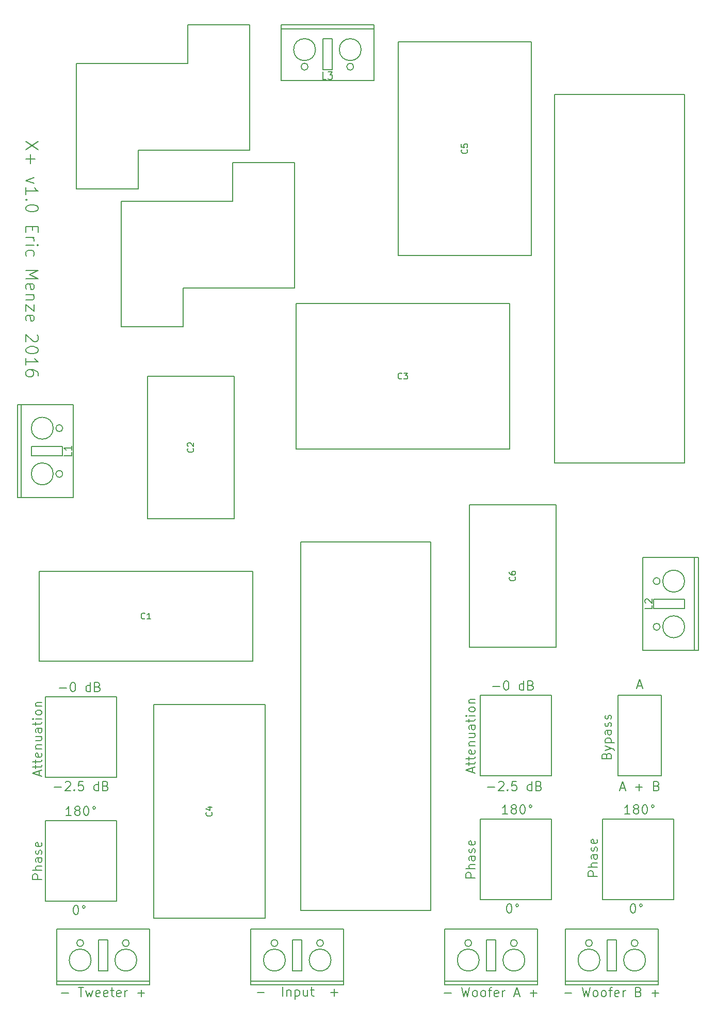
<source format=gbr>
G04 #@! TF.FileFunction,Legend,Top*
%FSLAX46Y46*%
G04 Gerber Fmt 4.6, Leading zero omitted, Abs format (unit mm)*
G04 Created by KiCad (PCBNEW 4.0.4-stable) date 12/10/17 16:08:38*
%MOMM*%
%LPD*%
G01*
G04 APERTURE LIST*
%ADD10C,0.100000*%
%ADD11C,0.150000*%
%ADD12C,0.200000*%
G04 APERTURE END LIST*
D10*
D11*
X44021238Y-42007665D02*
X42021238Y-43340999D01*
X44021238Y-43340999D02*
X42021238Y-42007665D01*
X42783143Y-44102903D02*
X42783143Y-45626713D01*
X42021238Y-44864808D02*
X43545048Y-44864808D01*
X43354571Y-47912427D02*
X42021238Y-48388618D01*
X43354571Y-48864808D01*
X42021238Y-50674333D02*
X42021238Y-49531475D01*
X42021238Y-50102904D02*
X44021238Y-50102904D01*
X43735524Y-49912428D01*
X43545048Y-49721952D01*
X43449810Y-49531475D01*
X42211714Y-51531475D02*
X42116476Y-51626714D01*
X42021238Y-51531475D01*
X42116476Y-51436237D01*
X42211714Y-51531475D01*
X42021238Y-51531475D01*
X44021238Y-52864809D02*
X44021238Y-53055285D01*
X43926000Y-53245761D01*
X43830762Y-53340999D01*
X43640286Y-53436237D01*
X43259333Y-53531476D01*
X42783143Y-53531476D01*
X42402190Y-53436237D01*
X42211714Y-53340999D01*
X42116476Y-53245761D01*
X42021238Y-53055285D01*
X42021238Y-52864809D01*
X42116476Y-52674333D01*
X42211714Y-52579095D01*
X42402190Y-52483856D01*
X42783143Y-52388618D01*
X43259333Y-52388618D01*
X43640286Y-52483856D01*
X43830762Y-52579095D01*
X43926000Y-52674333D01*
X44021238Y-52864809D01*
X43068857Y-55912428D02*
X43068857Y-56579095D01*
X42021238Y-56864809D02*
X42021238Y-55912428D01*
X44021238Y-55912428D01*
X44021238Y-56864809D01*
X42021238Y-57721952D02*
X43354571Y-57721952D01*
X42973619Y-57721952D02*
X43164095Y-57817191D01*
X43259333Y-57912429D01*
X43354571Y-58102905D01*
X43354571Y-58293381D01*
X42021238Y-58960047D02*
X43354571Y-58960047D01*
X44021238Y-58960047D02*
X43926000Y-58864809D01*
X43830762Y-58960047D01*
X43926000Y-59055286D01*
X44021238Y-58960047D01*
X43830762Y-58960047D01*
X42116476Y-60769571D02*
X42021238Y-60579095D01*
X42021238Y-60198143D01*
X42116476Y-60007667D01*
X42211714Y-59912428D01*
X42402190Y-59817190D01*
X42973619Y-59817190D01*
X43164095Y-59912428D01*
X43259333Y-60007667D01*
X43354571Y-60198143D01*
X43354571Y-60579095D01*
X43259333Y-60769571D01*
X42021238Y-63150524D02*
X44021238Y-63150524D01*
X42592667Y-63817191D01*
X44021238Y-64483858D01*
X42021238Y-64483858D01*
X42116476Y-66198143D02*
X42021238Y-66007667D01*
X42021238Y-65626715D01*
X42116476Y-65436238D01*
X42306952Y-65341000D01*
X43068857Y-65341000D01*
X43259333Y-65436238D01*
X43354571Y-65626715D01*
X43354571Y-66007667D01*
X43259333Y-66198143D01*
X43068857Y-66293381D01*
X42878381Y-66293381D01*
X42687905Y-65341000D01*
X43354571Y-67150524D02*
X42021238Y-67150524D01*
X43164095Y-67150524D02*
X43259333Y-67245763D01*
X43354571Y-67436239D01*
X43354571Y-67721953D01*
X43259333Y-67912429D01*
X43068857Y-68007667D01*
X42021238Y-68007667D01*
X43354571Y-68769572D02*
X43354571Y-69817191D01*
X42021238Y-68769572D01*
X42021238Y-69817191D01*
X42116476Y-71341001D02*
X42021238Y-71150525D01*
X42021238Y-70769573D01*
X42116476Y-70579096D01*
X42306952Y-70483858D01*
X43068857Y-70483858D01*
X43259333Y-70579096D01*
X43354571Y-70769573D01*
X43354571Y-71150525D01*
X43259333Y-71341001D01*
X43068857Y-71436239D01*
X42878381Y-71436239D01*
X42687905Y-70483858D01*
X43830762Y-73721954D02*
X43926000Y-73817192D01*
X44021238Y-74007669D01*
X44021238Y-74483859D01*
X43926000Y-74674335D01*
X43830762Y-74769573D01*
X43640286Y-74864812D01*
X43449810Y-74864812D01*
X43164095Y-74769573D01*
X42021238Y-73626716D01*
X42021238Y-74864812D01*
X44021238Y-76102907D02*
X44021238Y-76293383D01*
X43926000Y-76483859D01*
X43830762Y-76579097D01*
X43640286Y-76674335D01*
X43259333Y-76769574D01*
X42783143Y-76769574D01*
X42402190Y-76674335D01*
X42211714Y-76579097D01*
X42116476Y-76483859D01*
X42021238Y-76293383D01*
X42021238Y-76102907D01*
X42116476Y-75912431D01*
X42211714Y-75817193D01*
X42402190Y-75721954D01*
X42783143Y-75626716D01*
X43259333Y-75626716D01*
X43640286Y-75721954D01*
X43830762Y-75817193D01*
X43926000Y-75912431D01*
X44021238Y-76102907D01*
X42021238Y-78674336D02*
X42021238Y-77531478D01*
X42021238Y-78102907D02*
X44021238Y-78102907D01*
X43735524Y-77912431D01*
X43545048Y-77721955D01*
X43449810Y-77531478D01*
X44021238Y-80388621D02*
X44021238Y-80007669D01*
X43926000Y-79817193D01*
X43830762Y-79721955D01*
X43545048Y-79531478D01*
X43164095Y-79436240D01*
X42402190Y-79436240D01*
X42211714Y-79531478D01*
X42116476Y-79626717D01*
X42021238Y-79817193D01*
X42021238Y-80198145D01*
X42116476Y-80388621D01*
X42211714Y-80483859D01*
X42402190Y-80579098D01*
X42878381Y-80579098D01*
X43068857Y-80483859D01*
X43164095Y-80388621D01*
X43259333Y-80198145D01*
X43259333Y-79817193D01*
X43164095Y-79626717D01*
X43068857Y-79531478D01*
X42878381Y-79436240D01*
D12*
X135806571Y-162512000D02*
X134306571Y-162512000D01*
X134306571Y-161940572D01*
X134378000Y-161797714D01*
X134449429Y-161726286D01*
X134592286Y-161654857D01*
X134806571Y-161654857D01*
X134949429Y-161726286D01*
X135020857Y-161797714D01*
X135092286Y-161940572D01*
X135092286Y-162512000D01*
X135806571Y-161012000D02*
X134306571Y-161012000D01*
X135806571Y-160369143D02*
X135020857Y-160369143D01*
X134878000Y-160440572D01*
X134806571Y-160583429D01*
X134806571Y-160797714D01*
X134878000Y-160940572D01*
X134949429Y-161012000D01*
X135806571Y-159012000D02*
X135020857Y-159012000D01*
X134878000Y-159083429D01*
X134806571Y-159226286D01*
X134806571Y-159512000D01*
X134878000Y-159654857D01*
X135735143Y-159012000D02*
X135806571Y-159154857D01*
X135806571Y-159512000D01*
X135735143Y-159654857D01*
X135592286Y-159726286D01*
X135449429Y-159726286D01*
X135306571Y-159654857D01*
X135235143Y-159512000D01*
X135235143Y-159154857D01*
X135163714Y-159012000D01*
X135735143Y-158369143D02*
X135806571Y-158226286D01*
X135806571Y-157940571D01*
X135735143Y-157797714D01*
X135592286Y-157726286D01*
X135520857Y-157726286D01*
X135378000Y-157797714D01*
X135306571Y-157940571D01*
X135306571Y-158154857D01*
X135235143Y-158297714D01*
X135092286Y-158369143D01*
X135020857Y-158369143D01*
X134878000Y-158297714D01*
X134806571Y-158154857D01*
X134806571Y-157940571D01*
X134878000Y-157797714D01*
X135735143Y-156512000D02*
X135806571Y-156654857D01*
X135806571Y-156940571D01*
X135735143Y-157083428D01*
X135592286Y-157154857D01*
X135020857Y-157154857D01*
X134878000Y-157083428D01*
X134806571Y-156940571D01*
X134806571Y-156654857D01*
X134878000Y-156512000D01*
X135020857Y-156440571D01*
X135163714Y-156440571D01*
X135306571Y-157154857D01*
X115740571Y-162766000D02*
X114240571Y-162766000D01*
X114240571Y-162194572D01*
X114312000Y-162051714D01*
X114383429Y-161980286D01*
X114526286Y-161908857D01*
X114740571Y-161908857D01*
X114883429Y-161980286D01*
X114954857Y-162051714D01*
X115026286Y-162194572D01*
X115026286Y-162766000D01*
X115740571Y-161266000D02*
X114240571Y-161266000D01*
X115740571Y-160623143D02*
X114954857Y-160623143D01*
X114812000Y-160694572D01*
X114740571Y-160837429D01*
X114740571Y-161051714D01*
X114812000Y-161194572D01*
X114883429Y-161266000D01*
X115740571Y-159266000D02*
X114954857Y-159266000D01*
X114812000Y-159337429D01*
X114740571Y-159480286D01*
X114740571Y-159766000D01*
X114812000Y-159908857D01*
X115669143Y-159266000D02*
X115740571Y-159408857D01*
X115740571Y-159766000D01*
X115669143Y-159908857D01*
X115526286Y-159980286D01*
X115383429Y-159980286D01*
X115240571Y-159908857D01*
X115169143Y-159766000D01*
X115169143Y-159408857D01*
X115097714Y-159266000D01*
X115669143Y-158623143D02*
X115740571Y-158480286D01*
X115740571Y-158194571D01*
X115669143Y-158051714D01*
X115526286Y-157980286D01*
X115454857Y-157980286D01*
X115312000Y-158051714D01*
X115240571Y-158194571D01*
X115240571Y-158408857D01*
X115169143Y-158551714D01*
X115026286Y-158623143D01*
X114954857Y-158623143D01*
X114812000Y-158551714D01*
X114740571Y-158408857D01*
X114740571Y-158194571D01*
X114812000Y-158051714D01*
X115669143Y-156766000D02*
X115740571Y-156908857D01*
X115740571Y-157194571D01*
X115669143Y-157337428D01*
X115526286Y-157408857D01*
X114954857Y-157408857D01*
X114812000Y-157337428D01*
X114740571Y-157194571D01*
X114740571Y-156908857D01*
X114812000Y-156766000D01*
X114954857Y-156694571D01*
X115097714Y-156694571D01*
X115240571Y-157408857D01*
X115312000Y-145481715D02*
X115312000Y-144767429D01*
X115740571Y-145624572D02*
X114240571Y-145124572D01*
X115740571Y-144624572D01*
X114740571Y-144338858D02*
X114740571Y-143767429D01*
X114240571Y-144124572D02*
X115526286Y-144124572D01*
X115669143Y-144053144D01*
X115740571Y-143910286D01*
X115740571Y-143767429D01*
X114740571Y-143481715D02*
X114740571Y-142910286D01*
X114240571Y-143267429D02*
X115526286Y-143267429D01*
X115669143Y-143196001D01*
X115740571Y-143053143D01*
X115740571Y-142910286D01*
X115669143Y-141838858D02*
X115740571Y-141981715D01*
X115740571Y-142267429D01*
X115669143Y-142410286D01*
X115526286Y-142481715D01*
X114954857Y-142481715D01*
X114812000Y-142410286D01*
X114740571Y-142267429D01*
X114740571Y-141981715D01*
X114812000Y-141838858D01*
X114954857Y-141767429D01*
X115097714Y-141767429D01*
X115240571Y-142481715D01*
X114740571Y-141124572D02*
X115740571Y-141124572D01*
X114883429Y-141124572D02*
X114812000Y-141053144D01*
X114740571Y-140910286D01*
X114740571Y-140696001D01*
X114812000Y-140553144D01*
X114954857Y-140481715D01*
X115740571Y-140481715D01*
X114740571Y-139124572D02*
X115740571Y-139124572D01*
X114740571Y-139767429D02*
X115526286Y-139767429D01*
X115669143Y-139696001D01*
X115740571Y-139553143D01*
X115740571Y-139338858D01*
X115669143Y-139196001D01*
X115597714Y-139124572D01*
X115740571Y-137767429D02*
X114954857Y-137767429D01*
X114812000Y-137838858D01*
X114740571Y-137981715D01*
X114740571Y-138267429D01*
X114812000Y-138410286D01*
X115669143Y-137767429D02*
X115740571Y-137910286D01*
X115740571Y-138267429D01*
X115669143Y-138410286D01*
X115526286Y-138481715D01*
X115383429Y-138481715D01*
X115240571Y-138410286D01*
X115169143Y-138267429D01*
X115169143Y-137910286D01*
X115097714Y-137767429D01*
X114740571Y-137267429D02*
X114740571Y-136696000D01*
X114240571Y-137053143D02*
X115526286Y-137053143D01*
X115669143Y-136981715D01*
X115740571Y-136838857D01*
X115740571Y-136696000D01*
X115740571Y-136196000D02*
X114740571Y-136196000D01*
X114240571Y-136196000D02*
X114312000Y-136267429D01*
X114383429Y-136196000D01*
X114312000Y-136124572D01*
X114240571Y-136196000D01*
X114383429Y-136196000D01*
X115740571Y-135267428D02*
X115669143Y-135410286D01*
X115597714Y-135481714D01*
X115454857Y-135553143D01*
X115026286Y-135553143D01*
X114883429Y-135481714D01*
X114812000Y-135410286D01*
X114740571Y-135267428D01*
X114740571Y-135053143D01*
X114812000Y-134910286D01*
X114883429Y-134838857D01*
X115026286Y-134767428D01*
X115454857Y-134767428D01*
X115597714Y-134838857D01*
X115669143Y-134910286D01*
X115740571Y-135053143D01*
X115740571Y-135267428D01*
X114740571Y-134124571D02*
X115740571Y-134124571D01*
X114883429Y-134124571D02*
X114812000Y-134053143D01*
X114740571Y-133910285D01*
X114740571Y-133696000D01*
X114812000Y-133553143D01*
X114954857Y-133481714D01*
X115740571Y-133481714D01*
X137306857Y-142735714D02*
X137378286Y-142521428D01*
X137449714Y-142450000D01*
X137592571Y-142378571D01*
X137806857Y-142378571D01*
X137949714Y-142450000D01*
X138021143Y-142521428D01*
X138092571Y-142664286D01*
X138092571Y-143235714D01*
X136592571Y-143235714D01*
X136592571Y-142735714D01*
X136664000Y-142592857D01*
X136735429Y-142521428D01*
X136878286Y-142450000D01*
X137021143Y-142450000D01*
X137164000Y-142521428D01*
X137235429Y-142592857D01*
X137306857Y-142735714D01*
X137306857Y-143235714D01*
X137092571Y-141878571D02*
X138092571Y-141521428D01*
X137092571Y-141164286D02*
X138092571Y-141521428D01*
X138449714Y-141664286D01*
X138521143Y-141735714D01*
X138592571Y-141878571D01*
X137092571Y-140592857D02*
X138592571Y-140592857D01*
X137164000Y-140592857D02*
X137092571Y-140450000D01*
X137092571Y-140164286D01*
X137164000Y-140021429D01*
X137235429Y-139950000D01*
X137378286Y-139878571D01*
X137806857Y-139878571D01*
X137949714Y-139950000D01*
X138021143Y-140021429D01*
X138092571Y-140164286D01*
X138092571Y-140450000D01*
X138021143Y-140592857D01*
X138092571Y-138592857D02*
X137306857Y-138592857D01*
X137164000Y-138664286D01*
X137092571Y-138807143D01*
X137092571Y-139092857D01*
X137164000Y-139235714D01*
X138021143Y-138592857D02*
X138092571Y-138735714D01*
X138092571Y-139092857D01*
X138021143Y-139235714D01*
X137878286Y-139307143D01*
X137735429Y-139307143D01*
X137592571Y-139235714D01*
X137521143Y-139092857D01*
X137521143Y-138735714D01*
X137449714Y-138592857D01*
X138021143Y-137950000D02*
X138092571Y-137807143D01*
X138092571Y-137521428D01*
X138021143Y-137378571D01*
X137878286Y-137307143D01*
X137806857Y-137307143D01*
X137664000Y-137378571D01*
X137592571Y-137521428D01*
X137592571Y-137735714D01*
X137521143Y-137878571D01*
X137378286Y-137950000D01*
X137306857Y-137950000D01*
X137164000Y-137878571D01*
X137092571Y-137735714D01*
X137092571Y-137521428D01*
X137164000Y-137378571D01*
X138021143Y-136735714D02*
X138092571Y-136592857D01*
X138092571Y-136307142D01*
X138021143Y-136164285D01*
X137878286Y-136092857D01*
X137806857Y-136092857D01*
X137664000Y-136164285D01*
X137592571Y-136307142D01*
X137592571Y-136521428D01*
X137521143Y-136664285D01*
X137378286Y-136735714D01*
X137306857Y-136735714D01*
X137164000Y-136664285D01*
X137092571Y-136521428D01*
X137092571Y-136307142D01*
X137164000Y-136164285D01*
X44192000Y-145989715D02*
X44192000Y-145275429D01*
X44620571Y-146132572D02*
X43120571Y-145632572D01*
X44620571Y-145132572D01*
X43620571Y-144846858D02*
X43620571Y-144275429D01*
X43120571Y-144632572D02*
X44406286Y-144632572D01*
X44549143Y-144561144D01*
X44620571Y-144418286D01*
X44620571Y-144275429D01*
X43620571Y-143989715D02*
X43620571Y-143418286D01*
X43120571Y-143775429D02*
X44406286Y-143775429D01*
X44549143Y-143704001D01*
X44620571Y-143561143D01*
X44620571Y-143418286D01*
X44549143Y-142346858D02*
X44620571Y-142489715D01*
X44620571Y-142775429D01*
X44549143Y-142918286D01*
X44406286Y-142989715D01*
X43834857Y-142989715D01*
X43692000Y-142918286D01*
X43620571Y-142775429D01*
X43620571Y-142489715D01*
X43692000Y-142346858D01*
X43834857Y-142275429D01*
X43977714Y-142275429D01*
X44120571Y-142989715D01*
X43620571Y-141632572D02*
X44620571Y-141632572D01*
X43763429Y-141632572D02*
X43692000Y-141561144D01*
X43620571Y-141418286D01*
X43620571Y-141204001D01*
X43692000Y-141061144D01*
X43834857Y-140989715D01*
X44620571Y-140989715D01*
X43620571Y-139632572D02*
X44620571Y-139632572D01*
X43620571Y-140275429D02*
X44406286Y-140275429D01*
X44549143Y-140204001D01*
X44620571Y-140061143D01*
X44620571Y-139846858D01*
X44549143Y-139704001D01*
X44477714Y-139632572D01*
X44620571Y-138275429D02*
X43834857Y-138275429D01*
X43692000Y-138346858D01*
X43620571Y-138489715D01*
X43620571Y-138775429D01*
X43692000Y-138918286D01*
X44549143Y-138275429D02*
X44620571Y-138418286D01*
X44620571Y-138775429D01*
X44549143Y-138918286D01*
X44406286Y-138989715D01*
X44263429Y-138989715D01*
X44120571Y-138918286D01*
X44049143Y-138775429D01*
X44049143Y-138418286D01*
X43977714Y-138275429D01*
X43620571Y-137775429D02*
X43620571Y-137204000D01*
X43120571Y-137561143D02*
X44406286Y-137561143D01*
X44549143Y-137489715D01*
X44620571Y-137346857D01*
X44620571Y-137204000D01*
X44620571Y-136704000D02*
X43620571Y-136704000D01*
X43120571Y-136704000D02*
X43192000Y-136775429D01*
X43263429Y-136704000D01*
X43192000Y-136632572D01*
X43120571Y-136704000D01*
X43263429Y-136704000D01*
X44620571Y-135775428D02*
X44549143Y-135918286D01*
X44477714Y-135989714D01*
X44334857Y-136061143D01*
X43906286Y-136061143D01*
X43763429Y-135989714D01*
X43692000Y-135918286D01*
X43620571Y-135775428D01*
X43620571Y-135561143D01*
X43692000Y-135418286D01*
X43763429Y-135346857D01*
X43906286Y-135275428D01*
X44334857Y-135275428D01*
X44477714Y-135346857D01*
X44549143Y-135418286D01*
X44620571Y-135561143D01*
X44620571Y-135775428D01*
X43620571Y-134632571D02*
X44620571Y-134632571D01*
X43763429Y-134632571D02*
X43692000Y-134561143D01*
X43620571Y-134418285D01*
X43620571Y-134204000D01*
X43692000Y-134061143D01*
X43834857Y-133989714D01*
X44620571Y-133989714D01*
X44620571Y-163020000D02*
X43120571Y-163020000D01*
X43120571Y-162448572D01*
X43192000Y-162305714D01*
X43263429Y-162234286D01*
X43406286Y-162162857D01*
X43620571Y-162162857D01*
X43763429Y-162234286D01*
X43834857Y-162305714D01*
X43906286Y-162448572D01*
X43906286Y-163020000D01*
X44620571Y-161520000D02*
X43120571Y-161520000D01*
X44620571Y-160877143D02*
X43834857Y-160877143D01*
X43692000Y-160948572D01*
X43620571Y-161091429D01*
X43620571Y-161305714D01*
X43692000Y-161448572D01*
X43763429Y-161520000D01*
X44620571Y-159520000D02*
X43834857Y-159520000D01*
X43692000Y-159591429D01*
X43620571Y-159734286D01*
X43620571Y-160020000D01*
X43692000Y-160162857D01*
X44549143Y-159520000D02*
X44620571Y-159662857D01*
X44620571Y-160020000D01*
X44549143Y-160162857D01*
X44406286Y-160234286D01*
X44263429Y-160234286D01*
X44120571Y-160162857D01*
X44049143Y-160020000D01*
X44049143Y-159662857D01*
X43977714Y-159520000D01*
X44549143Y-158877143D02*
X44620571Y-158734286D01*
X44620571Y-158448571D01*
X44549143Y-158305714D01*
X44406286Y-158234286D01*
X44334857Y-158234286D01*
X44192000Y-158305714D01*
X44120571Y-158448571D01*
X44120571Y-158662857D01*
X44049143Y-158805714D01*
X43906286Y-158877143D01*
X43834857Y-158877143D01*
X43692000Y-158805714D01*
X43620571Y-158662857D01*
X43620571Y-158448571D01*
X43692000Y-158305714D01*
X44549143Y-157020000D02*
X44620571Y-157162857D01*
X44620571Y-157448571D01*
X44549143Y-157591428D01*
X44406286Y-157662857D01*
X43834857Y-157662857D01*
X43692000Y-157591428D01*
X43620571Y-157448571D01*
X43620571Y-157162857D01*
X43692000Y-157020000D01*
X43834857Y-156948571D01*
X43977714Y-156948571D01*
X44120571Y-157662857D01*
X47852072Y-181717143D02*
X48994929Y-181717143D01*
X50637786Y-180788571D02*
X51494929Y-180788571D01*
X51066358Y-182288571D02*
X51066358Y-180788571D01*
X51852072Y-181288571D02*
X52137786Y-182288571D01*
X52423500Y-181574286D01*
X52709215Y-182288571D01*
X52994929Y-181288571D01*
X54137786Y-182217143D02*
X53994929Y-182288571D01*
X53709215Y-182288571D01*
X53566358Y-182217143D01*
X53494929Y-182074286D01*
X53494929Y-181502857D01*
X53566358Y-181360000D01*
X53709215Y-181288571D01*
X53994929Y-181288571D01*
X54137786Y-181360000D01*
X54209215Y-181502857D01*
X54209215Y-181645714D01*
X53494929Y-181788571D01*
X55423500Y-182217143D02*
X55280643Y-182288571D01*
X54994929Y-182288571D01*
X54852072Y-182217143D01*
X54780643Y-182074286D01*
X54780643Y-181502857D01*
X54852072Y-181360000D01*
X54994929Y-181288571D01*
X55280643Y-181288571D01*
X55423500Y-181360000D01*
X55494929Y-181502857D01*
X55494929Y-181645714D01*
X54780643Y-181788571D01*
X55923500Y-181288571D02*
X56494929Y-181288571D01*
X56137786Y-180788571D02*
X56137786Y-182074286D01*
X56209214Y-182217143D01*
X56352072Y-182288571D01*
X56494929Y-182288571D01*
X57566357Y-182217143D02*
X57423500Y-182288571D01*
X57137786Y-182288571D01*
X56994929Y-182217143D01*
X56923500Y-182074286D01*
X56923500Y-181502857D01*
X56994929Y-181360000D01*
X57137786Y-181288571D01*
X57423500Y-181288571D01*
X57566357Y-181360000D01*
X57637786Y-181502857D01*
X57637786Y-181645714D01*
X56923500Y-181788571D01*
X58280643Y-182288571D02*
X58280643Y-181288571D01*
X58280643Y-181574286D02*
X58352071Y-181431429D01*
X58423500Y-181360000D01*
X58566357Y-181288571D01*
X58709214Y-181288571D01*
X60352071Y-181717143D02*
X61494928Y-181717143D01*
X60923499Y-182288571D02*
X60923499Y-181145714D01*
X80006857Y-181590143D02*
X81149714Y-181590143D01*
X84149714Y-182161571D02*
X84149714Y-180661571D01*
X84864000Y-181161571D02*
X84864000Y-182161571D01*
X84864000Y-181304429D02*
X84935428Y-181233000D01*
X85078286Y-181161571D01*
X85292571Y-181161571D01*
X85435428Y-181233000D01*
X85506857Y-181375857D01*
X85506857Y-182161571D01*
X86221143Y-181161571D02*
X86221143Y-182661571D01*
X86221143Y-181233000D02*
X86364000Y-181161571D01*
X86649714Y-181161571D01*
X86792571Y-181233000D01*
X86864000Y-181304429D01*
X86935429Y-181447286D01*
X86935429Y-181875857D01*
X86864000Y-182018714D01*
X86792571Y-182090143D01*
X86649714Y-182161571D01*
X86364000Y-182161571D01*
X86221143Y-182090143D01*
X88221143Y-181161571D02*
X88221143Y-182161571D01*
X87578286Y-181161571D02*
X87578286Y-181947286D01*
X87649714Y-182090143D01*
X87792572Y-182161571D01*
X88006857Y-182161571D01*
X88149714Y-182090143D01*
X88221143Y-182018714D01*
X88721143Y-181161571D02*
X89292572Y-181161571D01*
X88935429Y-180661571D02*
X88935429Y-181947286D01*
X89006857Y-182090143D01*
X89149715Y-182161571D01*
X89292572Y-182161571D01*
X92078286Y-181590143D02*
X93221143Y-181590143D01*
X92649714Y-182161571D02*
X92649714Y-181018714D01*
X130461715Y-181717143D02*
X131604572Y-181717143D01*
X133318858Y-180788571D02*
X133676001Y-182288571D01*
X133961715Y-181217143D01*
X134247429Y-182288571D01*
X134604572Y-180788571D01*
X135390287Y-182288571D02*
X135247429Y-182217143D01*
X135176001Y-182145714D01*
X135104572Y-182002857D01*
X135104572Y-181574286D01*
X135176001Y-181431429D01*
X135247429Y-181360000D01*
X135390287Y-181288571D01*
X135604572Y-181288571D01*
X135747429Y-181360000D01*
X135818858Y-181431429D01*
X135890287Y-181574286D01*
X135890287Y-182002857D01*
X135818858Y-182145714D01*
X135747429Y-182217143D01*
X135604572Y-182288571D01*
X135390287Y-182288571D01*
X136747430Y-182288571D02*
X136604572Y-182217143D01*
X136533144Y-182145714D01*
X136461715Y-182002857D01*
X136461715Y-181574286D01*
X136533144Y-181431429D01*
X136604572Y-181360000D01*
X136747430Y-181288571D01*
X136961715Y-181288571D01*
X137104572Y-181360000D01*
X137176001Y-181431429D01*
X137247430Y-181574286D01*
X137247430Y-182002857D01*
X137176001Y-182145714D01*
X137104572Y-182217143D01*
X136961715Y-182288571D01*
X136747430Y-182288571D01*
X137676001Y-181288571D02*
X138247430Y-181288571D01*
X137890287Y-182288571D02*
X137890287Y-181002857D01*
X137961715Y-180860000D01*
X138104573Y-180788571D01*
X138247430Y-180788571D01*
X139318858Y-182217143D02*
X139176001Y-182288571D01*
X138890287Y-182288571D01*
X138747430Y-182217143D01*
X138676001Y-182074286D01*
X138676001Y-181502857D01*
X138747430Y-181360000D01*
X138890287Y-181288571D01*
X139176001Y-181288571D01*
X139318858Y-181360000D01*
X139390287Y-181502857D01*
X139390287Y-181645714D01*
X138676001Y-181788571D01*
X140033144Y-182288571D02*
X140033144Y-181288571D01*
X140033144Y-181574286D02*
X140104572Y-181431429D01*
X140176001Y-181360000D01*
X140318858Y-181288571D01*
X140461715Y-181288571D01*
X142604572Y-181502857D02*
X142818858Y-181574286D01*
X142890286Y-181645714D01*
X142961715Y-181788571D01*
X142961715Y-182002857D01*
X142890286Y-182145714D01*
X142818858Y-182217143D01*
X142676000Y-182288571D01*
X142104572Y-182288571D01*
X142104572Y-180788571D01*
X142604572Y-180788571D01*
X142747429Y-180860000D01*
X142818858Y-180931429D01*
X142890286Y-181074286D01*
X142890286Y-181217143D01*
X142818858Y-181360000D01*
X142747429Y-181431429D01*
X142604572Y-181502857D01*
X142104572Y-181502857D01*
X144747429Y-181717143D02*
X145890286Y-181717143D01*
X145318857Y-182288571D02*
X145318857Y-181145714D01*
X110693358Y-181717143D02*
X111836215Y-181717143D01*
X113550501Y-180788571D02*
X113907644Y-182288571D01*
X114193358Y-181217143D01*
X114479072Y-182288571D01*
X114836215Y-180788571D01*
X115621930Y-182288571D02*
X115479072Y-182217143D01*
X115407644Y-182145714D01*
X115336215Y-182002857D01*
X115336215Y-181574286D01*
X115407644Y-181431429D01*
X115479072Y-181360000D01*
X115621930Y-181288571D01*
X115836215Y-181288571D01*
X115979072Y-181360000D01*
X116050501Y-181431429D01*
X116121930Y-181574286D01*
X116121930Y-182002857D01*
X116050501Y-182145714D01*
X115979072Y-182217143D01*
X115836215Y-182288571D01*
X115621930Y-182288571D01*
X116979073Y-182288571D02*
X116836215Y-182217143D01*
X116764787Y-182145714D01*
X116693358Y-182002857D01*
X116693358Y-181574286D01*
X116764787Y-181431429D01*
X116836215Y-181360000D01*
X116979073Y-181288571D01*
X117193358Y-181288571D01*
X117336215Y-181360000D01*
X117407644Y-181431429D01*
X117479073Y-181574286D01*
X117479073Y-182002857D01*
X117407644Y-182145714D01*
X117336215Y-182217143D01*
X117193358Y-182288571D01*
X116979073Y-182288571D01*
X117907644Y-181288571D02*
X118479073Y-181288571D01*
X118121930Y-182288571D02*
X118121930Y-181002857D01*
X118193358Y-180860000D01*
X118336216Y-180788571D01*
X118479073Y-180788571D01*
X119550501Y-182217143D02*
X119407644Y-182288571D01*
X119121930Y-182288571D01*
X118979073Y-182217143D01*
X118907644Y-182074286D01*
X118907644Y-181502857D01*
X118979073Y-181360000D01*
X119121930Y-181288571D01*
X119407644Y-181288571D01*
X119550501Y-181360000D01*
X119621930Y-181502857D01*
X119621930Y-181645714D01*
X118907644Y-181788571D01*
X120264787Y-182288571D02*
X120264787Y-181288571D01*
X120264787Y-181574286D02*
X120336215Y-181431429D01*
X120407644Y-181360000D01*
X120550501Y-181288571D01*
X120693358Y-181288571D01*
X122264786Y-181860000D02*
X122979072Y-181860000D01*
X122121929Y-182288571D02*
X122621929Y-180788571D01*
X123121929Y-182288571D01*
X124764786Y-181717143D02*
X125907643Y-181717143D01*
X125336214Y-182288571D02*
X125336214Y-181145714D01*
X121110572Y-152316571D02*
X120253429Y-152316571D01*
X120682001Y-152316571D02*
X120682001Y-150816571D01*
X120539144Y-151030857D01*
X120396286Y-151173714D01*
X120253429Y-151245143D01*
X121967715Y-151459429D02*
X121824857Y-151388000D01*
X121753429Y-151316571D01*
X121682000Y-151173714D01*
X121682000Y-151102286D01*
X121753429Y-150959429D01*
X121824857Y-150888000D01*
X121967715Y-150816571D01*
X122253429Y-150816571D01*
X122396286Y-150888000D01*
X122467715Y-150959429D01*
X122539143Y-151102286D01*
X122539143Y-151173714D01*
X122467715Y-151316571D01*
X122396286Y-151388000D01*
X122253429Y-151459429D01*
X121967715Y-151459429D01*
X121824857Y-151530857D01*
X121753429Y-151602286D01*
X121682000Y-151745143D01*
X121682000Y-152030857D01*
X121753429Y-152173714D01*
X121824857Y-152245143D01*
X121967715Y-152316571D01*
X122253429Y-152316571D01*
X122396286Y-152245143D01*
X122467715Y-152173714D01*
X122539143Y-152030857D01*
X122539143Y-151745143D01*
X122467715Y-151602286D01*
X122396286Y-151530857D01*
X122253429Y-151459429D01*
X123467714Y-150816571D02*
X123610571Y-150816571D01*
X123753428Y-150888000D01*
X123824857Y-150959429D01*
X123896286Y-151102286D01*
X123967714Y-151388000D01*
X123967714Y-151745143D01*
X123896286Y-152030857D01*
X123824857Y-152173714D01*
X123753428Y-152245143D01*
X123610571Y-152316571D01*
X123467714Y-152316571D01*
X123324857Y-152245143D01*
X123253428Y-152173714D01*
X123182000Y-152030857D01*
X123110571Y-151745143D01*
X123110571Y-151388000D01*
X123182000Y-151102286D01*
X123253428Y-150959429D01*
X123324857Y-150888000D01*
X123467714Y-150816571D01*
X124824857Y-150816571D02*
X124681999Y-150888000D01*
X124610571Y-151030857D01*
X124681999Y-151173714D01*
X124824857Y-151245143D01*
X124967714Y-151173714D01*
X125039142Y-151030857D01*
X124967714Y-150888000D01*
X124824857Y-150816571D01*
X141176572Y-152316571D02*
X140319429Y-152316571D01*
X140748001Y-152316571D02*
X140748001Y-150816571D01*
X140605144Y-151030857D01*
X140462286Y-151173714D01*
X140319429Y-151245143D01*
X142033715Y-151459429D02*
X141890857Y-151388000D01*
X141819429Y-151316571D01*
X141748000Y-151173714D01*
X141748000Y-151102286D01*
X141819429Y-150959429D01*
X141890857Y-150888000D01*
X142033715Y-150816571D01*
X142319429Y-150816571D01*
X142462286Y-150888000D01*
X142533715Y-150959429D01*
X142605143Y-151102286D01*
X142605143Y-151173714D01*
X142533715Y-151316571D01*
X142462286Y-151388000D01*
X142319429Y-151459429D01*
X142033715Y-151459429D01*
X141890857Y-151530857D01*
X141819429Y-151602286D01*
X141748000Y-151745143D01*
X141748000Y-152030857D01*
X141819429Y-152173714D01*
X141890857Y-152245143D01*
X142033715Y-152316571D01*
X142319429Y-152316571D01*
X142462286Y-152245143D01*
X142533715Y-152173714D01*
X142605143Y-152030857D01*
X142605143Y-151745143D01*
X142533715Y-151602286D01*
X142462286Y-151530857D01*
X142319429Y-151459429D01*
X143533714Y-150816571D02*
X143676571Y-150816571D01*
X143819428Y-150888000D01*
X143890857Y-150959429D01*
X143962286Y-151102286D01*
X144033714Y-151388000D01*
X144033714Y-151745143D01*
X143962286Y-152030857D01*
X143890857Y-152173714D01*
X143819428Y-152245143D01*
X143676571Y-152316571D01*
X143533714Y-152316571D01*
X143390857Y-152245143D01*
X143319428Y-152173714D01*
X143248000Y-152030857D01*
X143176571Y-151745143D01*
X143176571Y-151388000D01*
X143248000Y-151102286D01*
X143319428Y-150959429D01*
X143390857Y-150888000D01*
X143533714Y-150816571D01*
X144890857Y-150816571D02*
X144747999Y-150888000D01*
X144676571Y-151030857D01*
X144747999Y-151173714D01*
X144890857Y-151245143D01*
X145033714Y-151173714D01*
X145105142Y-151030857D01*
X145033714Y-150888000D01*
X144890857Y-150816571D01*
X141597143Y-167072571D02*
X141740000Y-167072571D01*
X141882857Y-167144000D01*
X141954286Y-167215429D01*
X142025715Y-167358286D01*
X142097143Y-167644000D01*
X142097143Y-168001143D01*
X142025715Y-168286857D01*
X141954286Y-168429714D01*
X141882857Y-168501143D01*
X141740000Y-168572571D01*
X141597143Y-168572571D01*
X141454286Y-168501143D01*
X141382857Y-168429714D01*
X141311429Y-168286857D01*
X141240000Y-168001143D01*
X141240000Y-167644000D01*
X141311429Y-167358286D01*
X141382857Y-167215429D01*
X141454286Y-167144000D01*
X141597143Y-167072571D01*
X142954286Y-167072571D02*
X142811428Y-167144000D01*
X142740000Y-167286857D01*
X142811428Y-167429714D01*
X142954286Y-167501143D01*
X143097143Y-167429714D01*
X143168571Y-167286857D01*
X143097143Y-167144000D01*
X142954286Y-167072571D01*
X121277143Y-167072571D02*
X121420000Y-167072571D01*
X121562857Y-167144000D01*
X121634286Y-167215429D01*
X121705715Y-167358286D01*
X121777143Y-167644000D01*
X121777143Y-168001143D01*
X121705715Y-168286857D01*
X121634286Y-168429714D01*
X121562857Y-168501143D01*
X121420000Y-168572571D01*
X121277143Y-168572571D01*
X121134286Y-168501143D01*
X121062857Y-168429714D01*
X120991429Y-168286857D01*
X120920000Y-168001143D01*
X120920000Y-167644000D01*
X120991429Y-167358286D01*
X121062857Y-167215429D01*
X121134286Y-167144000D01*
X121277143Y-167072571D01*
X122634286Y-167072571D02*
X122491428Y-167144000D01*
X122420000Y-167286857D01*
X122491428Y-167429714D01*
X122634286Y-167501143D01*
X122777143Y-167429714D01*
X122848571Y-167286857D01*
X122777143Y-167144000D01*
X122634286Y-167072571D01*
X49482572Y-152570571D02*
X48625429Y-152570571D01*
X49054001Y-152570571D02*
X49054001Y-151070571D01*
X48911144Y-151284857D01*
X48768286Y-151427714D01*
X48625429Y-151499143D01*
X50339715Y-151713429D02*
X50196857Y-151642000D01*
X50125429Y-151570571D01*
X50054000Y-151427714D01*
X50054000Y-151356286D01*
X50125429Y-151213429D01*
X50196857Y-151142000D01*
X50339715Y-151070571D01*
X50625429Y-151070571D01*
X50768286Y-151142000D01*
X50839715Y-151213429D01*
X50911143Y-151356286D01*
X50911143Y-151427714D01*
X50839715Y-151570571D01*
X50768286Y-151642000D01*
X50625429Y-151713429D01*
X50339715Y-151713429D01*
X50196857Y-151784857D01*
X50125429Y-151856286D01*
X50054000Y-151999143D01*
X50054000Y-152284857D01*
X50125429Y-152427714D01*
X50196857Y-152499143D01*
X50339715Y-152570571D01*
X50625429Y-152570571D01*
X50768286Y-152499143D01*
X50839715Y-152427714D01*
X50911143Y-152284857D01*
X50911143Y-151999143D01*
X50839715Y-151856286D01*
X50768286Y-151784857D01*
X50625429Y-151713429D01*
X51839714Y-151070571D02*
X51982571Y-151070571D01*
X52125428Y-151142000D01*
X52196857Y-151213429D01*
X52268286Y-151356286D01*
X52339714Y-151642000D01*
X52339714Y-151999143D01*
X52268286Y-152284857D01*
X52196857Y-152427714D01*
X52125428Y-152499143D01*
X51982571Y-152570571D01*
X51839714Y-152570571D01*
X51696857Y-152499143D01*
X51625428Y-152427714D01*
X51554000Y-152284857D01*
X51482571Y-151999143D01*
X51482571Y-151642000D01*
X51554000Y-151356286D01*
X51625428Y-151213429D01*
X51696857Y-151142000D01*
X51839714Y-151070571D01*
X53196857Y-151070571D02*
X53053999Y-151142000D01*
X52982571Y-151284857D01*
X53053999Y-151427714D01*
X53196857Y-151499143D01*
X53339714Y-151427714D01*
X53411142Y-151284857D01*
X53339714Y-151142000D01*
X53196857Y-151070571D01*
X50157143Y-167326571D02*
X50300000Y-167326571D01*
X50442857Y-167398000D01*
X50514286Y-167469429D01*
X50585715Y-167612286D01*
X50657143Y-167898000D01*
X50657143Y-168255143D01*
X50585715Y-168540857D01*
X50514286Y-168683714D01*
X50442857Y-168755143D01*
X50300000Y-168826571D01*
X50157143Y-168826571D01*
X50014286Y-168755143D01*
X49942857Y-168683714D01*
X49871429Y-168540857D01*
X49800000Y-168255143D01*
X49800000Y-167898000D01*
X49871429Y-167612286D01*
X49942857Y-167469429D01*
X50014286Y-167398000D01*
X50157143Y-167326571D01*
X51514286Y-167326571D02*
X51371428Y-167398000D01*
X51300000Y-167540857D01*
X51371428Y-167683714D01*
X51514286Y-167755143D01*
X51657143Y-167683714D01*
X51728571Y-167540857D01*
X51657143Y-167398000D01*
X51514286Y-167326571D01*
X46696858Y-147935143D02*
X47839715Y-147935143D01*
X48482572Y-147149429D02*
X48554001Y-147078000D01*
X48696858Y-147006571D01*
X49054001Y-147006571D01*
X49196858Y-147078000D01*
X49268287Y-147149429D01*
X49339715Y-147292286D01*
X49339715Y-147435143D01*
X49268287Y-147649429D01*
X48411144Y-148506571D01*
X49339715Y-148506571D01*
X49982572Y-148363714D02*
X50054000Y-148435143D01*
X49982572Y-148506571D01*
X49911143Y-148435143D01*
X49982572Y-148363714D01*
X49982572Y-148506571D01*
X51411144Y-147006571D02*
X50696858Y-147006571D01*
X50625429Y-147720857D01*
X50696858Y-147649429D01*
X50839715Y-147578000D01*
X51196858Y-147578000D01*
X51339715Y-147649429D01*
X51411144Y-147720857D01*
X51482572Y-147863714D01*
X51482572Y-148220857D01*
X51411144Y-148363714D01*
X51339715Y-148435143D01*
X51196858Y-148506571D01*
X50839715Y-148506571D01*
X50696858Y-148435143D01*
X50625429Y-148363714D01*
X53911143Y-148506571D02*
X53911143Y-147006571D01*
X53911143Y-148435143D02*
X53768286Y-148506571D01*
X53482572Y-148506571D01*
X53339714Y-148435143D01*
X53268286Y-148363714D01*
X53196857Y-148220857D01*
X53196857Y-147792286D01*
X53268286Y-147649429D01*
X53339714Y-147578000D01*
X53482572Y-147506571D01*
X53768286Y-147506571D01*
X53911143Y-147578000D01*
X55125429Y-147720857D02*
X55339715Y-147792286D01*
X55411143Y-147863714D01*
X55482572Y-148006571D01*
X55482572Y-148220857D01*
X55411143Y-148363714D01*
X55339715Y-148435143D01*
X55196857Y-148506571D01*
X54625429Y-148506571D01*
X54625429Y-147006571D01*
X55125429Y-147006571D01*
X55268286Y-147078000D01*
X55339715Y-147149429D01*
X55411143Y-147292286D01*
X55411143Y-147435143D01*
X55339715Y-147578000D01*
X55268286Y-147649429D01*
X55125429Y-147720857D01*
X54625429Y-147720857D01*
X47514286Y-131679143D02*
X48657143Y-131679143D01*
X49657143Y-130750571D02*
X49800000Y-130750571D01*
X49942857Y-130822000D01*
X50014286Y-130893429D01*
X50085715Y-131036286D01*
X50157143Y-131322000D01*
X50157143Y-131679143D01*
X50085715Y-131964857D01*
X50014286Y-132107714D01*
X49942857Y-132179143D01*
X49800000Y-132250571D01*
X49657143Y-132250571D01*
X49514286Y-132179143D01*
X49442857Y-132107714D01*
X49371429Y-131964857D01*
X49300000Y-131679143D01*
X49300000Y-131322000D01*
X49371429Y-131036286D01*
X49442857Y-130893429D01*
X49514286Y-130822000D01*
X49657143Y-130750571D01*
X52585714Y-132250571D02*
X52585714Y-130750571D01*
X52585714Y-132179143D02*
X52442857Y-132250571D01*
X52157143Y-132250571D01*
X52014285Y-132179143D01*
X51942857Y-132107714D01*
X51871428Y-131964857D01*
X51871428Y-131536286D01*
X51942857Y-131393429D01*
X52014285Y-131322000D01*
X52157143Y-131250571D01*
X52442857Y-131250571D01*
X52585714Y-131322000D01*
X53800000Y-131464857D02*
X54014286Y-131536286D01*
X54085714Y-131607714D01*
X54157143Y-131750571D01*
X54157143Y-131964857D01*
X54085714Y-132107714D01*
X54014286Y-132179143D01*
X53871428Y-132250571D01*
X53300000Y-132250571D01*
X53300000Y-130750571D01*
X53800000Y-130750571D01*
X53942857Y-130822000D01*
X54014286Y-130893429D01*
X54085714Y-131036286D01*
X54085714Y-131179143D01*
X54014286Y-131322000D01*
X53942857Y-131393429D01*
X53800000Y-131464857D01*
X53300000Y-131464857D01*
X139569429Y-148078000D02*
X140283715Y-148078000D01*
X139426572Y-148506571D02*
X139926572Y-147006571D01*
X140426572Y-148506571D01*
X142069429Y-147935143D02*
X143212286Y-147935143D01*
X142640857Y-148506571D02*
X142640857Y-147363714D01*
X145569429Y-147720857D02*
X145783715Y-147792286D01*
X145855143Y-147863714D01*
X145926572Y-148006571D01*
X145926572Y-148220857D01*
X145855143Y-148363714D01*
X145783715Y-148435143D01*
X145640857Y-148506571D01*
X145069429Y-148506571D01*
X145069429Y-147006571D01*
X145569429Y-147006571D01*
X145712286Y-147078000D01*
X145783715Y-147149429D01*
X145855143Y-147292286D01*
X145855143Y-147435143D01*
X145783715Y-147578000D01*
X145712286Y-147649429D01*
X145569429Y-147720857D01*
X145069429Y-147720857D01*
X142390857Y-131314000D02*
X143105143Y-131314000D01*
X142248000Y-131742571D02*
X142748000Y-130242571D01*
X143248000Y-131742571D01*
X117816858Y-147935143D02*
X118959715Y-147935143D01*
X119602572Y-147149429D02*
X119674001Y-147078000D01*
X119816858Y-147006571D01*
X120174001Y-147006571D01*
X120316858Y-147078000D01*
X120388287Y-147149429D01*
X120459715Y-147292286D01*
X120459715Y-147435143D01*
X120388287Y-147649429D01*
X119531144Y-148506571D01*
X120459715Y-148506571D01*
X121102572Y-148363714D02*
X121174000Y-148435143D01*
X121102572Y-148506571D01*
X121031143Y-148435143D01*
X121102572Y-148363714D01*
X121102572Y-148506571D01*
X122531144Y-147006571D02*
X121816858Y-147006571D01*
X121745429Y-147720857D01*
X121816858Y-147649429D01*
X121959715Y-147578000D01*
X122316858Y-147578000D01*
X122459715Y-147649429D01*
X122531144Y-147720857D01*
X122602572Y-147863714D01*
X122602572Y-148220857D01*
X122531144Y-148363714D01*
X122459715Y-148435143D01*
X122316858Y-148506571D01*
X121959715Y-148506571D01*
X121816858Y-148435143D01*
X121745429Y-148363714D01*
X125031143Y-148506571D02*
X125031143Y-147006571D01*
X125031143Y-148435143D02*
X124888286Y-148506571D01*
X124602572Y-148506571D01*
X124459714Y-148435143D01*
X124388286Y-148363714D01*
X124316857Y-148220857D01*
X124316857Y-147792286D01*
X124388286Y-147649429D01*
X124459714Y-147578000D01*
X124602572Y-147506571D01*
X124888286Y-147506571D01*
X125031143Y-147578000D01*
X126245429Y-147720857D02*
X126459715Y-147792286D01*
X126531143Y-147863714D01*
X126602572Y-148006571D01*
X126602572Y-148220857D01*
X126531143Y-148363714D01*
X126459715Y-148435143D01*
X126316857Y-148506571D01*
X125745429Y-148506571D01*
X125745429Y-147006571D01*
X126245429Y-147006571D01*
X126388286Y-147078000D01*
X126459715Y-147149429D01*
X126531143Y-147292286D01*
X126531143Y-147435143D01*
X126459715Y-147578000D01*
X126388286Y-147649429D01*
X126245429Y-147720857D01*
X125745429Y-147720857D01*
X118634286Y-131425143D02*
X119777143Y-131425143D01*
X120777143Y-130496571D02*
X120920000Y-130496571D01*
X121062857Y-130568000D01*
X121134286Y-130639429D01*
X121205715Y-130782286D01*
X121277143Y-131068000D01*
X121277143Y-131425143D01*
X121205715Y-131710857D01*
X121134286Y-131853714D01*
X121062857Y-131925143D01*
X120920000Y-131996571D01*
X120777143Y-131996571D01*
X120634286Y-131925143D01*
X120562857Y-131853714D01*
X120491429Y-131710857D01*
X120420000Y-131425143D01*
X120420000Y-131068000D01*
X120491429Y-130782286D01*
X120562857Y-130639429D01*
X120634286Y-130568000D01*
X120777143Y-130496571D01*
X123705714Y-131996571D02*
X123705714Y-130496571D01*
X123705714Y-131925143D02*
X123562857Y-131996571D01*
X123277143Y-131996571D01*
X123134285Y-131925143D01*
X123062857Y-131853714D01*
X122991428Y-131710857D01*
X122991428Y-131282286D01*
X123062857Y-131139429D01*
X123134285Y-131068000D01*
X123277143Y-130996571D01*
X123562857Y-130996571D01*
X123705714Y-131068000D01*
X124920000Y-131210857D02*
X125134286Y-131282286D01*
X125205714Y-131353714D01*
X125277143Y-131496571D01*
X125277143Y-131710857D01*
X125205714Y-131853714D01*
X125134286Y-131925143D01*
X124991428Y-131996571D01*
X124420000Y-131996571D01*
X124420000Y-130496571D01*
X124920000Y-130496571D01*
X125062857Y-130568000D01*
X125134286Y-130639429D01*
X125205714Y-130782286D01*
X125205714Y-130925143D01*
X125134286Y-131068000D01*
X125062857Y-131139429D01*
X124920000Y-131210857D01*
X124420000Y-131210857D01*
D11*
X130556000Y-171450000D02*
X130556000Y-171196000D01*
X145796000Y-171450000D02*
X145796000Y-171196000D01*
X145796000Y-179705000D02*
X130556000Y-179705000D01*
X130556000Y-180340000D02*
X145796000Y-180340000D01*
X145796000Y-180340000D02*
X145796000Y-171450000D01*
X145796000Y-171196000D02*
X130556000Y-171196000D01*
X130556000Y-171450000D02*
X130556000Y-180340000D01*
X138938000Y-178054000D02*
X137414000Y-178054000D01*
X137414000Y-178054000D02*
X137414000Y-172974000D01*
X137414000Y-172974000D02*
X138938000Y-172974000D01*
X138938000Y-172974000D02*
X138938000Y-178054000D01*
X134997461Y-173482000D02*
G75*
G03X134997461Y-173482000I-567961J0D01*
G01*
X142490461Y-173482000D02*
G75*
G03X142490461Y-173482000I-567961J0D01*
G01*
X143718551Y-176276000D02*
G75*
G03X143718551Y-176276000I-1796051J0D01*
G01*
X136225551Y-176276000D02*
G75*
G03X136225551Y-176276000I-1796051J0D01*
G01*
X47050000Y-171450000D02*
X47050000Y-171196000D01*
X62290000Y-171450000D02*
X62290000Y-171196000D01*
X62290000Y-179705000D02*
X47050000Y-179705000D01*
X47050000Y-180340000D02*
X62290000Y-180340000D01*
X62290000Y-180340000D02*
X62290000Y-171450000D01*
X62290000Y-171196000D02*
X47050000Y-171196000D01*
X47050000Y-171450000D02*
X47050000Y-180340000D01*
X55432000Y-178054000D02*
X53908000Y-178054000D01*
X53908000Y-178054000D02*
X53908000Y-172974000D01*
X53908000Y-172974000D02*
X55432000Y-172974000D01*
X55432000Y-172974000D02*
X55432000Y-178054000D01*
X51491461Y-173482000D02*
G75*
G03X51491461Y-173482000I-567961J0D01*
G01*
X58984461Y-173482000D02*
G75*
G03X58984461Y-173482000I-567961J0D01*
G01*
X60212551Y-176276000D02*
G75*
G03X60212551Y-176276000I-1796051J0D01*
G01*
X52719551Y-176276000D02*
G75*
G03X52719551Y-176276000I-1796051J0D01*
G01*
X79248000Y-127254000D02*
X79248000Y-112522000D01*
X44196000Y-127254000D02*
X44196000Y-112522000D01*
X79248000Y-127254000D02*
X44196000Y-127254000D01*
X44196000Y-112522000D02*
X79248000Y-112522000D01*
X61976000Y-80518000D02*
X76200000Y-80518000D01*
X61976000Y-103886000D02*
X61976000Y-80518000D01*
X76200000Y-103886000D02*
X61976000Y-103886000D01*
X76200000Y-80518000D02*
X76200000Y-103886000D01*
X86360000Y-68580000D02*
X86360000Y-92456000D01*
X121412000Y-92456000D02*
X121412000Y-68580000D01*
X121412000Y-92456000D02*
X86360000Y-92456000D01*
X86360000Y-68580000D02*
X121412000Y-68580000D01*
X62992000Y-134366000D02*
X81280000Y-134366000D01*
X62992000Y-169418000D02*
X62992000Y-134366000D01*
X81280000Y-169418000D02*
X62992000Y-169418000D01*
X81280000Y-134366000D02*
X81280000Y-169418000D01*
X103124000Y-25654000D02*
X124968000Y-25654000D01*
X124968000Y-60706000D02*
X103124000Y-60706000D01*
X103124000Y-60706000D02*
X103124000Y-25654000D01*
X124968000Y-25654000D02*
X124968000Y-60706000D01*
X114808000Y-101600000D02*
X129032000Y-101600000D01*
X114808000Y-124968000D02*
X114808000Y-101600000D01*
X129032000Y-124968000D02*
X114808000Y-124968000D01*
X129032000Y-101600000D02*
X129032000Y-124968000D01*
X49530000Y-85150000D02*
X49784000Y-85150000D01*
X49530000Y-100390000D02*
X49784000Y-100390000D01*
X41275000Y-100390000D02*
X41275000Y-85150000D01*
X40640000Y-85150000D02*
X40640000Y-100390000D01*
X40640000Y-100390000D02*
X49530000Y-100390000D01*
X49784000Y-100390000D02*
X49784000Y-85150000D01*
X49530000Y-85150000D02*
X40640000Y-85150000D01*
X42926000Y-93532000D02*
X42926000Y-92008000D01*
X42926000Y-92008000D02*
X48006000Y-92008000D01*
X48006000Y-92008000D02*
X48006000Y-93532000D01*
X48006000Y-93532000D02*
X42926000Y-93532000D01*
X48065961Y-89023500D02*
G75*
G03X48065961Y-89023500I-567961J0D01*
G01*
X48065961Y-96516500D02*
G75*
G03X48065961Y-96516500I-567961J0D01*
G01*
X46500051Y-96516500D02*
G75*
G03X46500051Y-96516500I-1796051J0D01*
G01*
X46500051Y-89023500D02*
G75*
G03X46500051Y-89023500I-1796051J0D01*
G01*
X143510000Y-125476000D02*
X143256000Y-125476000D01*
X143510000Y-110236000D02*
X143256000Y-110236000D01*
X151765000Y-110236000D02*
X151765000Y-125476000D01*
X152400000Y-125476000D02*
X152400000Y-110236000D01*
X152400000Y-110236000D02*
X143510000Y-110236000D01*
X143256000Y-110236000D02*
X143256000Y-125476000D01*
X143510000Y-125476000D02*
X152400000Y-125476000D01*
X150114000Y-117094000D02*
X150114000Y-118618000D01*
X150114000Y-118618000D02*
X145034000Y-118618000D01*
X145034000Y-118618000D02*
X145034000Y-117094000D01*
X145034000Y-117094000D02*
X150114000Y-117094000D01*
X146109961Y-121602500D02*
G75*
G03X146109961Y-121602500I-567961J0D01*
G01*
X146109961Y-114109500D02*
G75*
G03X146109961Y-114109500I-567961J0D01*
G01*
X150132051Y-114109500D02*
G75*
G03X150132051Y-114109500I-1796051J0D01*
G01*
X150132051Y-121602500D02*
G75*
G03X150132051Y-121602500I-1796051J0D01*
G01*
X99120000Y-31750000D02*
X99120000Y-32004000D01*
X83880000Y-31750000D02*
X83880000Y-32004000D01*
X83880000Y-23495000D02*
X99120000Y-23495000D01*
X99120000Y-22860000D02*
X83880000Y-22860000D01*
X83880000Y-22860000D02*
X83880000Y-31750000D01*
X83880000Y-32004000D02*
X99120000Y-32004000D01*
X99120000Y-31750000D02*
X99120000Y-22860000D01*
X90738000Y-25146000D02*
X92262000Y-25146000D01*
X92262000Y-25146000D02*
X92262000Y-30226000D01*
X92262000Y-30226000D02*
X90738000Y-30226000D01*
X90738000Y-30226000D02*
X90738000Y-25146000D01*
X95814461Y-29718000D02*
G75*
G03X95814461Y-29718000I-567961J0D01*
G01*
X88321461Y-29718000D02*
G75*
G03X88321461Y-29718000I-567961J0D01*
G01*
X89549551Y-26924000D02*
G75*
G03X89549551Y-26924000I-1796051J0D01*
G01*
X97042551Y-26924000D02*
G75*
G03X97042551Y-26924000I-1796051J0D01*
G01*
X78934000Y-171450000D02*
X78934000Y-171196000D01*
X94174000Y-171450000D02*
X94174000Y-171196000D01*
X94174000Y-179705000D02*
X78934000Y-179705000D01*
X78934000Y-180340000D02*
X94174000Y-180340000D01*
X94174000Y-180340000D02*
X94174000Y-171450000D01*
X94174000Y-171196000D02*
X78934000Y-171196000D01*
X78934000Y-171450000D02*
X78934000Y-180340000D01*
X87316000Y-178054000D02*
X85792000Y-178054000D01*
X85792000Y-178054000D02*
X85792000Y-172974000D01*
X85792000Y-172974000D02*
X87316000Y-172974000D01*
X87316000Y-172974000D02*
X87316000Y-178054000D01*
X83375461Y-173482000D02*
G75*
G03X83375461Y-173482000I-567961J0D01*
G01*
X90868461Y-173482000D02*
G75*
G03X90868461Y-173482000I-567961J0D01*
G01*
X92096551Y-176276000D02*
G75*
G03X92096551Y-176276000I-1796051J0D01*
G01*
X84603551Y-176276000D02*
G75*
G03X84603551Y-176276000I-1796051J0D01*
G01*
X110744000Y-171450000D02*
X110744000Y-171196000D01*
X125984000Y-171450000D02*
X125984000Y-171196000D01*
X125984000Y-179705000D02*
X110744000Y-179705000D01*
X110744000Y-180340000D02*
X125984000Y-180340000D01*
X125984000Y-180340000D02*
X125984000Y-171450000D01*
X125984000Y-171196000D02*
X110744000Y-171196000D01*
X110744000Y-171450000D02*
X110744000Y-180340000D01*
X119126000Y-178054000D02*
X117602000Y-178054000D01*
X117602000Y-178054000D02*
X117602000Y-172974000D01*
X117602000Y-172974000D02*
X119126000Y-172974000D01*
X119126000Y-172974000D02*
X119126000Y-178054000D01*
X115185461Y-173482000D02*
G75*
G03X115185461Y-173482000I-567961J0D01*
G01*
X122678461Y-173482000D02*
G75*
G03X122678461Y-173482000I-567961J0D01*
G01*
X123906551Y-176276000D02*
G75*
G03X123906551Y-176276000I-1796051J0D01*
G01*
X116413551Y-176276000D02*
G75*
G03X116413551Y-176276000I-1796051J0D01*
G01*
X56896000Y-146304000D02*
X56896000Y-133096000D01*
X45212000Y-146304000D02*
X56896000Y-146304000D01*
X45212000Y-133096000D02*
X45212000Y-146304000D01*
X56896000Y-133096000D02*
X45212000Y-133096000D01*
X45212000Y-153416000D02*
X45212000Y-166624000D01*
X56896000Y-153416000D02*
X45212000Y-153416000D01*
X56896000Y-166624000D02*
X56896000Y-153416000D01*
X45212000Y-166624000D02*
X56896000Y-166624000D01*
X128270000Y-146050000D02*
X128270000Y-132842000D01*
X116586000Y-146050000D02*
X128270000Y-146050000D01*
X116586000Y-132842000D02*
X116586000Y-146050000D01*
X128270000Y-132842000D02*
X116586000Y-132842000D01*
X116586000Y-153162000D02*
X116586000Y-166370000D01*
X128270000Y-153162000D02*
X116586000Y-153162000D01*
X128270000Y-166370000D02*
X128270000Y-153162000D01*
X116586000Y-166370000D02*
X128270000Y-166370000D01*
X139192000Y-132842000D02*
X139192000Y-146050000D01*
X146304000Y-132842000D02*
X139192000Y-132842000D01*
X146304000Y-146050000D02*
X146304000Y-132842000D01*
X139192000Y-146050000D02*
X146304000Y-146050000D01*
X136652000Y-153162000D02*
X136652000Y-166370000D01*
X148336000Y-153162000D02*
X136652000Y-153162000D01*
X148336000Y-166370000D02*
X148336000Y-153162000D01*
X136652000Y-166370000D02*
X148336000Y-166370000D01*
X75946000Y-51816000D02*
X57658000Y-51816000D01*
X75946000Y-45466000D02*
X75946000Y-51816000D01*
X86106000Y-45466000D02*
X75946000Y-45466000D01*
X86106000Y-66040000D02*
X86106000Y-45466000D01*
X67818000Y-66040000D02*
X86106000Y-66040000D01*
X67818000Y-72390000D02*
X67818000Y-66040000D01*
X57658000Y-72390000D02*
X67818000Y-72390000D01*
X57658000Y-51816000D02*
X57658000Y-72390000D01*
X68580000Y-29210000D02*
X50292000Y-29210000D01*
X68580000Y-22860000D02*
X68580000Y-29210000D01*
X78740000Y-22860000D02*
X68580000Y-22860000D01*
X78740000Y-43434000D02*
X78740000Y-22860000D01*
X60452000Y-43434000D02*
X78740000Y-43434000D01*
X60452000Y-49784000D02*
X60452000Y-43434000D01*
X50292000Y-49784000D02*
X60452000Y-49784000D01*
X50292000Y-29210000D02*
X50292000Y-49784000D01*
X150114000Y-34290000D02*
X144018000Y-34290000D01*
X150114000Y-94742000D02*
X150114000Y-34290000D01*
X144018000Y-94742000D02*
X150114000Y-94742000D01*
X144018000Y-94742000D02*
X128778000Y-94742000D01*
X128778000Y-34290000D02*
X144018000Y-34290000D01*
X128778000Y-94742000D02*
X128778000Y-34290000D01*
X87122000Y-168148000D02*
X93218000Y-168148000D01*
X87122000Y-107696000D02*
X87122000Y-168148000D01*
X93218000Y-107696000D02*
X87122000Y-107696000D01*
X93218000Y-107696000D02*
X108458000Y-107696000D01*
X108458000Y-168148000D02*
X93218000Y-168148000D01*
X108458000Y-107696000D02*
X108458000Y-168148000D01*
X61555334Y-120245143D02*
X61507715Y-120292762D01*
X61364858Y-120340381D01*
X61269620Y-120340381D01*
X61126762Y-120292762D01*
X61031524Y-120197524D01*
X60983905Y-120102286D01*
X60936286Y-119911810D01*
X60936286Y-119768952D01*
X60983905Y-119578476D01*
X61031524Y-119483238D01*
X61126762Y-119388000D01*
X61269620Y-119340381D01*
X61364858Y-119340381D01*
X61507715Y-119388000D01*
X61555334Y-119435619D01*
X62507715Y-120340381D02*
X61936286Y-120340381D01*
X62222000Y-120340381D02*
X62222000Y-119340381D01*
X62126762Y-119483238D01*
X62031524Y-119578476D01*
X61936286Y-119626095D01*
X69445143Y-92368666D02*
X69492762Y-92416285D01*
X69540381Y-92559142D01*
X69540381Y-92654380D01*
X69492762Y-92797238D01*
X69397524Y-92892476D01*
X69302286Y-92940095D01*
X69111810Y-92987714D01*
X68968952Y-92987714D01*
X68778476Y-92940095D01*
X68683238Y-92892476D01*
X68588000Y-92797238D01*
X68540381Y-92654380D01*
X68540381Y-92559142D01*
X68588000Y-92416285D01*
X68635619Y-92368666D01*
X68635619Y-91987714D02*
X68588000Y-91940095D01*
X68540381Y-91844857D01*
X68540381Y-91606761D01*
X68588000Y-91511523D01*
X68635619Y-91463904D01*
X68730857Y-91416285D01*
X68826095Y-91416285D01*
X68968952Y-91463904D01*
X69540381Y-92035333D01*
X69540381Y-91416285D01*
X103719334Y-80875143D02*
X103671715Y-80922762D01*
X103528858Y-80970381D01*
X103433620Y-80970381D01*
X103290762Y-80922762D01*
X103195524Y-80827524D01*
X103147905Y-80732286D01*
X103100286Y-80541810D01*
X103100286Y-80398952D01*
X103147905Y-80208476D01*
X103195524Y-80113238D01*
X103290762Y-80018000D01*
X103433620Y-79970381D01*
X103528858Y-79970381D01*
X103671715Y-80018000D01*
X103719334Y-80065619D01*
X104052667Y-79970381D02*
X104671715Y-79970381D01*
X104338381Y-80351333D01*
X104481239Y-80351333D01*
X104576477Y-80398952D01*
X104624096Y-80446571D01*
X104671715Y-80541810D01*
X104671715Y-80779905D01*
X104624096Y-80875143D01*
X104576477Y-80922762D01*
X104481239Y-80970381D01*
X104195524Y-80970381D01*
X104100286Y-80922762D01*
X104052667Y-80875143D01*
X72493143Y-152058666D02*
X72540762Y-152106285D01*
X72588381Y-152249142D01*
X72588381Y-152344380D01*
X72540762Y-152487238D01*
X72445524Y-152582476D01*
X72350286Y-152630095D01*
X72159810Y-152677714D01*
X72016952Y-152677714D01*
X71826476Y-152630095D01*
X71731238Y-152582476D01*
X71636000Y-152487238D01*
X71588381Y-152344380D01*
X71588381Y-152249142D01*
X71636000Y-152106285D01*
X71683619Y-152058666D01*
X71921714Y-151201523D02*
X72588381Y-151201523D01*
X71540762Y-151439619D02*
X72255048Y-151677714D01*
X72255048Y-151058666D01*
X114403143Y-43346666D02*
X114450762Y-43394285D01*
X114498381Y-43537142D01*
X114498381Y-43632380D01*
X114450762Y-43775238D01*
X114355524Y-43870476D01*
X114260286Y-43918095D01*
X114069810Y-43965714D01*
X113926952Y-43965714D01*
X113736476Y-43918095D01*
X113641238Y-43870476D01*
X113546000Y-43775238D01*
X113498381Y-43632380D01*
X113498381Y-43537142D01*
X113546000Y-43394285D01*
X113593619Y-43346666D01*
X113498381Y-42441904D02*
X113498381Y-42918095D01*
X113974571Y-42965714D01*
X113926952Y-42918095D01*
X113879333Y-42822857D01*
X113879333Y-42584761D01*
X113926952Y-42489523D01*
X113974571Y-42441904D01*
X114069810Y-42394285D01*
X114307905Y-42394285D01*
X114403143Y-42441904D01*
X114450762Y-42489523D01*
X114498381Y-42584761D01*
X114498381Y-42822857D01*
X114450762Y-42918095D01*
X114403143Y-42965714D01*
X122277143Y-113450666D02*
X122324762Y-113498285D01*
X122372381Y-113641142D01*
X122372381Y-113736380D01*
X122324762Y-113879238D01*
X122229524Y-113974476D01*
X122134286Y-114022095D01*
X121943810Y-114069714D01*
X121800952Y-114069714D01*
X121610476Y-114022095D01*
X121515238Y-113974476D01*
X121420000Y-113879238D01*
X121372381Y-113736380D01*
X121372381Y-113641142D01*
X121420000Y-113498285D01*
X121467619Y-113450666D01*
X121372381Y-112593523D02*
X121372381Y-112784000D01*
X121420000Y-112879238D01*
X121467619Y-112926857D01*
X121610476Y-113022095D01*
X121800952Y-113069714D01*
X122181905Y-113069714D01*
X122277143Y-113022095D01*
X122324762Y-112974476D01*
X122372381Y-112879238D01*
X122372381Y-112688761D01*
X122324762Y-112593523D01*
X122277143Y-112545904D01*
X122181905Y-112498285D01*
X121943810Y-112498285D01*
X121848571Y-112545904D01*
X121800952Y-112593523D01*
X121753333Y-112688761D01*
X121753333Y-112879238D01*
X121800952Y-112974476D01*
X121848571Y-113022095D01*
X121943810Y-113069714D01*
X49501357Y-92973500D02*
X49501357Y-93544929D01*
X48301357Y-93544929D01*
X49501357Y-91944928D02*
X49501357Y-92630643D01*
X49501357Y-92287785D02*
X48301357Y-92287785D01*
X48472786Y-92402071D01*
X48587071Y-92516357D01*
X48644214Y-92630643D01*
X144814857Y-118056000D02*
X144814857Y-118627429D01*
X143614857Y-118627429D01*
X143729143Y-117713143D02*
X143672000Y-117656000D01*
X143614857Y-117541714D01*
X143614857Y-117256000D01*
X143672000Y-117141714D01*
X143729143Y-117084571D01*
X143843429Y-117027428D01*
X143957714Y-117027428D01*
X144129143Y-117084571D01*
X144814857Y-117770285D01*
X144814857Y-117027428D01*
X91300000Y-31784857D02*
X90728571Y-31784857D01*
X90728571Y-30584857D01*
X91585715Y-30584857D02*
X92328572Y-30584857D01*
X91928572Y-31042000D01*
X92100000Y-31042000D01*
X92214286Y-31099143D01*
X92271429Y-31156286D01*
X92328572Y-31270571D01*
X92328572Y-31556286D01*
X92271429Y-31670571D01*
X92214286Y-31727714D01*
X92100000Y-31784857D01*
X91757143Y-31784857D01*
X91642857Y-31727714D01*
X91585715Y-31670571D01*
M02*

</source>
